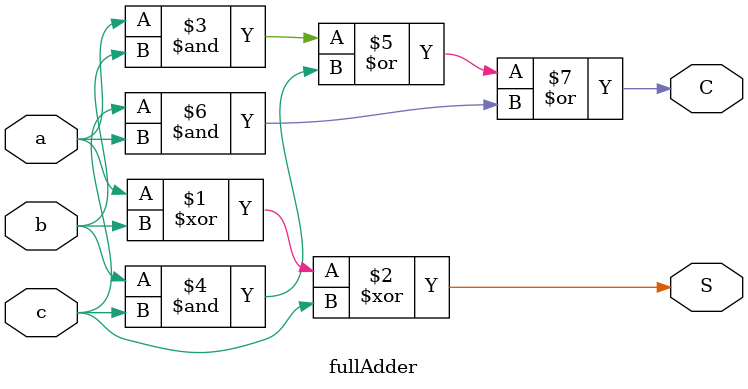
<source format=v>
module fourBitAdder(
    input wire[3:0] a,
    input wire[3:0] b,
    output wire[3:0] S,
    output wire Cout
);
    wire [2:0] C;
    fullAdder f1(.a(a[0]), .b(b[0]), .c(1'b0), .S(S[0]), .C(C[0]));
    fullAdder f2(.a(a[1]), .b(b[1]), .c(C[0]), .S(S[1]), .C(C[1]));
    fullAdder f3(.a(a[2]), .b(b[2]), .c(C[1]), .S(S[2]), .C(C[2]));
    fullAdder f4(.a(a[3]), .b(b[3]), .c(C[2]), .S(S[3]), .C(Cout));

endmodule

module fullAdder(
    input wire a, b, c,
    output wire S, C
);
    assign S = a ^ b ^ c;
    assign C = a&b | b&c | c&a;

endmodule
</source>
